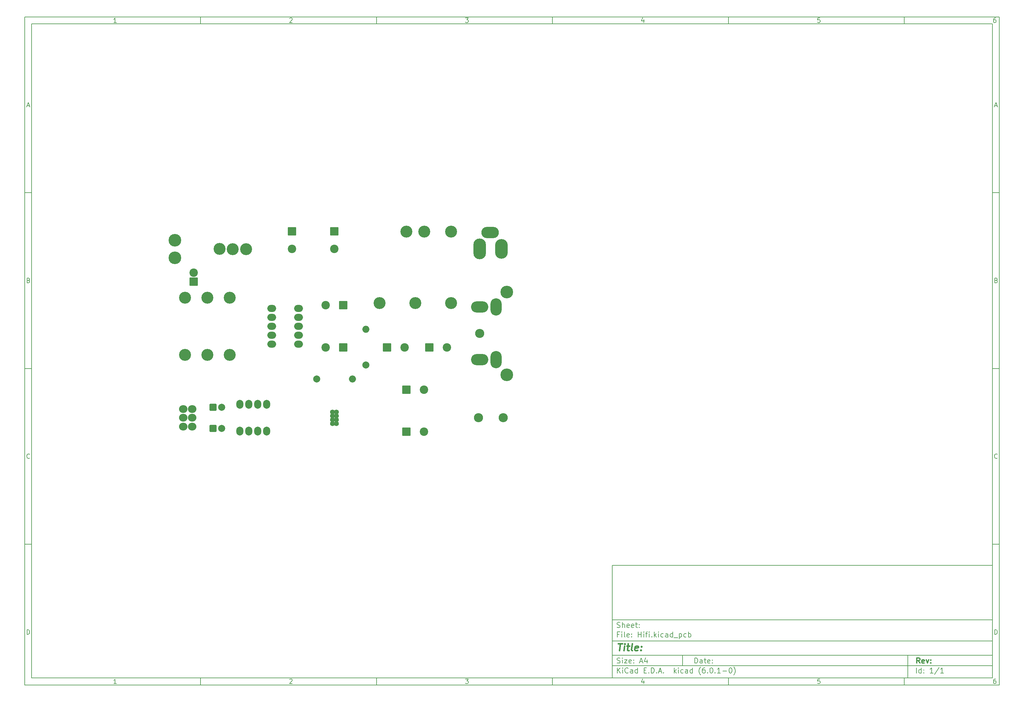
<source format=gbs>
G04 #@! TF.GenerationSoftware,KiCad,Pcbnew,(6.0.1-0)*
G04 #@! TF.CreationDate,2022-01-26T00:05:37+08:00*
G04 #@! TF.ProjectId,Hifi,48696669-2e6b-4696-9361-645f70636258,rev?*
G04 #@! TF.SameCoordinates,Original*
G04 #@! TF.FileFunction,Soldermask,Bot*
G04 #@! TF.FilePolarity,Negative*
%FSLAX46Y46*%
G04 Gerber Fmt 4.6, Leading zero omitted, Abs format (unit mm)*
G04 Created by KiCad (PCBNEW (6.0.1-0)) date 2022-01-26 00:05:37*
%MOMM*%
%LPD*%
G01*
G04 APERTURE LIST*
G04 Aperture macros list*
%AMRoundRect*
0 Rectangle with rounded corners*
0 $1 Rounding radius*
0 $2 $3 $4 $5 $6 $7 $8 $9 X,Y pos of 4 corners*
0 Add a 4 corners polygon primitive as box body*
4,1,4,$2,$3,$4,$5,$6,$7,$8,$9,$2,$3,0*
0 Add four circle primitives for the rounded corners*
1,1,$1+$1,$2,$3*
1,1,$1+$1,$4,$5*
1,1,$1+$1,$6,$7*
1,1,$1+$1,$8,$9*
0 Add four rect primitives between the rounded corners*
20,1,$1+$1,$2,$3,$4,$5,0*
20,1,$1+$1,$4,$5,$6,$7,0*
20,1,$1+$1,$6,$7,$8,$9,0*
20,1,$1+$1,$8,$9,$2,$3,0*%
G04 Aperture macros list end*
%ADD10C,0.100000*%
%ADD11C,0.150000*%
%ADD12C,0.300000*%
%ADD13C,0.400000*%
%ADD14RoundRect,0.200000X-1.000000X-1.000000X1.000000X-1.000000X1.000000X1.000000X-1.000000X1.000000X0*%
%ADD15C,2.400000*%
%ADD16C,2.000000*%
%ADD17O,2.000000X2.000000*%
%ADD18C,1.400000*%
%ADD19O,2.000000X2.500000*%
%ADD20O,2.400000X2.200000*%
%ADD21O,3.400000X3.400000*%
%ADD22O,2.600000X2.600000*%
%ADD23C,3.600000*%
%ADD24O,3.200000X4.900000*%
%ADD25O,4.900000X3.200000*%
%ADD26O,3.600000X5.900000*%
%ADD27O,3.600000X5.600000*%
%ADD28O,5.000000X3.200000*%
%ADD29C,3.400000*%
%ADD30O,2.500000X2.000000*%
%ADD31RoundRect,0.200000X1.000000X1.000000X-1.000000X1.000000X-1.000000X-1.000000X1.000000X-1.000000X0*%
%ADD32RoundRect,0.200000X-1.000000X1.000000X-1.000000X-1.000000X1.000000X-1.000000X1.000000X1.000000X0*%
%ADD33RoundRect,0.200000X-0.800000X-0.800000X0.800000X-0.800000X0.800000X0.800000X-0.800000X0.800000X0*%
G04 APERTURE END LIST*
D10*
D11*
X177002200Y-166007200D02*
X177002200Y-198007200D01*
X285002200Y-198007200D01*
X285002200Y-166007200D01*
X177002200Y-166007200D01*
D10*
D11*
X10000000Y-10000000D02*
X10000000Y-200007200D01*
X287002200Y-200007200D01*
X287002200Y-10000000D01*
X10000000Y-10000000D01*
D10*
D11*
X12000000Y-12000000D02*
X12000000Y-198007200D01*
X285002200Y-198007200D01*
X285002200Y-12000000D01*
X12000000Y-12000000D01*
D10*
D11*
X60000000Y-12000000D02*
X60000000Y-10000000D01*
D10*
D11*
X110000000Y-12000000D02*
X110000000Y-10000000D01*
D10*
D11*
X160000000Y-12000000D02*
X160000000Y-10000000D01*
D10*
D11*
X210000000Y-12000000D02*
X210000000Y-10000000D01*
D10*
D11*
X260000000Y-12000000D02*
X260000000Y-10000000D01*
D10*
D11*
X36065476Y-11588095D02*
X35322619Y-11588095D01*
X35694047Y-11588095D02*
X35694047Y-10288095D01*
X35570238Y-10473809D01*
X35446428Y-10597619D01*
X35322619Y-10659523D01*
D10*
D11*
X85322619Y-10411904D02*
X85384523Y-10350000D01*
X85508333Y-10288095D01*
X85817857Y-10288095D01*
X85941666Y-10350000D01*
X86003571Y-10411904D01*
X86065476Y-10535714D01*
X86065476Y-10659523D01*
X86003571Y-10845238D01*
X85260714Y-11588095D01*
X86065476Y-11588095D01*
D10*
D11*
X135260714Y-10288095D02*
X136065476Y-10288095D01*
X135632142Y-10783333D01*
X135817857Y-10783333D01*
X135941666Y-10845238D01*
X136003571Y-10907142D01*
X136065476Y-11030952D01*
X136065476Y-11340476D01*
X136003571Y-11464285D01*
X135941666Y-11526190D01*
X135817857Y-11588095D01*
X135446428Y-11588095D01*
X135322619Y-11526190D01*
X135260714Y-11464285D01*
D10*
D11*
X185941666Y-10721428D02*
X185941666Y-11588095D01*
X185632142Y-10226190D02*
X185322619Y-11154761D01*
X186127380Y-11154761D01*
D10*
D11*
X236003571Y-10288095D02*
X235384523Y-10288095D01*
X235322619Y-10907142D01*
X235384523Y-10845238D01*
X235508333Y-10783333D01*
X235817857Y-10783333D01*
X235941666Y-10845238D01*
X236003571Y-10907142D01*
X236065476Y-11030952D01*
X236065476Y-11340476D01*
X236003571Y-11464285D01*
X235941666Y-11526190D01*
X235817857Y-11588095D01*
X235508333Y-11588095D01*
X235384523Y-11526190D01*
X235322619Y-11464285D01*
D10*
D11*
X285941666Y-10288095D02*
X285694047Y-10288095D01*
X285570238Y-10350000D01*
X285508333Y-10411904D01*
X285384523Y-10597619D01*
X285322619Y-10845238D01*
X285322619Y-11340476D01*
X285384523Y-11464285D01*
X285446428Y-11526190D01*
X285570238Y-11588095D01*
X285817857Y-11588095D01*
X285941666Y-11526190D01*
X286003571Y-11464285D01*
X286065476Y-11340476D01*
X286065476Y-11030952D01*
X286003571Y-10907142D01*
X285941666Y-10845238D01*
X285817857Y-10783333D01*
X285570238Y-10783333D01*
X285446428Y-10845238D01*
X285384523Y-10907142D01*
X285322619Y-11030952D01*
D10*
D11*
X60000000Y-198007200D02*
X60000000Y-200007200D01*
D10*
D11*
X110000000Y-198007200D02*
X110000000Y-200007200D01*
D10*
D11*
X160000000Y-198007200D02*
X160000000Y-200007200D01*
D10*
D11*
X210000000Y-198007200D02*
X210000000Y-200007200D01*
D10*
D11*
X260000000Y-198007200D02*
X260000000Y-200007200D01*
D10*
D11*
X36065476Y-199595295D02*
X35322619Y-199595295D01*
X35694047Y-199595295D02*
X35694047Y-198295295D01*
X35570238Y-198481009D01*
X35446428Y-198604819D01*
X35322619Y-198666723D01*
D10*
D11*
X85322619Y-198419104D02*
X85384523Y-198357200D01*
X85508333Y-198295295D01*
X85817857Y-198295295D01*
X85941666Y-198357200D01*
X86003571Y-198419104D01*
X86065476Y-198542914D01*
X86065476Y-198666723D01*
X86003571Y-198852438D01*
X85260714Y-199595295D01*
X86065476Y-199595295D01*
D10*
D11*
X135260714Y-198295295D02*
X136065476Y-198295295D01*
X135632142Y-198790533D01*
X135817857Y-198790533D01*
X135941666Y-198852438D01*
X136003571Y-198914342D01*
X136065476Y-199038152D01*
X136065476Y-199347676D01*
X136003571Y-199471485D01*
X135941666Y-199533390D01*
X135817857Y-199595295D01*
X135446428Y-199595295D01*
X135322619Y-199533390D01*
X135260714Y-199471485D01*
D10*
D11*
X185941666Y-198728628D02*
X185941666Y-199595295D01*
X185632142Y-198233390D02*
X185322619Y-199161961D01*
X186127380Y-199161961D01*
D10*
D11*
X236003571Y-198295295D02*
X235384523Y-198295295D01*
X235322619Y-198914342D01*
X235384523Y-198852438D01*
X235508333Y-198790533D01*
X235817857Y-198790533D01*
X235941666Y-198852438D01*
X236003571Y-198914342D01*
X236065476Y-199038152D01*
X236065476Y-199347676D01*
X236003571Y-199471485D01*
X235941666Y-199533390D01*
X235817857Y-199595295D01*
X235508333Y-199595295D01*
X235384523Y-199533390D01*
X235322619Y-199471485D01*
D10*
D11*
X285941666Y-198295295D02*
X285694047Y-198295295D01*
X285570238Y-198357200D01*
X285508333Y-198419104D01*
X285384523Y-198604819D01*
X285322619Y-198852438D01*
X285322619Y-199347676D01*
X285384523Y-199471485D01*
X285446428Y-199533390D01*
X285570238Y-199595295D01*
X285817857Y-199595295D01*
X285941666Y-199533390D01*
X286003571Y-199471485D01*
X286065476Y-199347676D01*
X286065476Y-199038152D01*
X286003571Y-198914342D01*
X285941666Y-198852438D01*
X285817857Y-198790533D01*
X285570238Y-198790533D01*
X285446428Y-198852438D01*
X285384523Y-198914342D01*
X285322619Y-199038152D01*
D10*
D11*
X10000000Y-60000000D02*
X12000000Y-60000000D01*
D10*
D11*
X10000000Y-110000000D02*
X12000000Y-110000000D01*
D10*
D11*
X10000000Y-160000000D02*
X12000000Y-160000000D01*
D10*
D11*
X10690476Y-35216666D02*
X11309523Y-35216666D01*
X10566666Y-35588095D02*
X11000000Y-34288095D01*
X11433333Y-35588095D01*
D10*
D11*
X11092857Y-84907142D02*
X11278571Y-84969047D01*
X11340476Y-85030952D01*
X11402380Y-85154761D01*
X11402380Y-85340476D01*
X11340476Y-85464285D01*
X11278571Y-85526190D01*
X11154761Y-85588095D01*
X10659523Y-85588095D01*
X10659523Y-84288095D01*
X11092857Y-84288095D01*
X11216666Y-84350000D01*
X11278571Y-84411904D01*
X11340476Y-84535714D01*
X11340476Y-84659523D01*
X11278571Y-84783333D01*
X11216666Y-84845238D01*
X11092857Y-84907142D01*
X10659523Y-84907142D01*
D10*
D11*
X11402380Y-135464285D02*
X11340476Y-135526190D01*
X11154761Y-135588095D01*
X11030952Y-135588095D01*
X10845238Y-135526190D01*
X10721428Y-135402380D01*
X10659523Y-135278571D01*
X10597619Y-135030952D01*
X10597619Y-134845238D01*
X10659523Y-134597619D01*
X10721428Y-134473809D01*
X10845238Y-134350000D01*
X11030952Y-134288095D01*
X11154761Y-134288095D01*
X11340476Y-134350000D01*
X11402380Y-134411904D01*
D10*
D11*
X10659523Y-185588095D02*
X10659523Y-184288095D01*
X10969047Y-184288095D01*
X11154761Y-184350000D01*
X11278571Y-184473809D01*
X11340476Y-184597619D01*
X11402380Y-184845238D01*
X11402380Y-185030952D01*
X11340476Y-185278571D01*
X11278571Y-185402380D01*
X11154761Y-185526190D01*
X10969047Y-185588095D01*
X10659523Y-185588095D01*
D10*
D11*
X287002200Y-60000000D02*
X285002200Y-60000000D01*
D10*
D11*
X287002200Y-110000000D02*
X285002200Y-110000000D01*
D10*
D11*
X287002200Y-160000000D02*
X285002200Y-160000000D01*
D10*
D11*
X285692676Y-35216666D02*
X286311723Y-35216666D01*
X285568866Y-35588095D02*
X286002200Y-34288095D01*
X286435533Y-35588095D01*
D10*
D11*
X286095057Y-84907142D02*
X286280771Y-84969047D01*
X286342676Y-85030952D01*
X286404580Y-85154761D01*
X286404580Y-85340476D01*
X286342676Y-85464285D01*
X286280771Y-85526190D01*
X286156961Y-85588095D01*
X285661723Y-85588095D01*
X285661723Y-84288095D01*
X286095057Y-84288095D01*
X286218866Y-84350000D01*
X286280771Y-84411904D01*
X286342676Y-84535714D01*
X286342676Y-84659523D01*
X286280771Y-84783333D01*
X286218866Y-84845238D01*
X286095057Y-84907142D01*
X285661723Y-84907142D01*
D10*
D11*
X286404580Y-135464285D02*
X286342676Y-135526190D01*
X286156961Y-135588095D01*
X286033152Y-135588095D01*
X285847438Y-135526190D01*
X285723628Y-135402380D01*
X285661723Y-135278571D01*
X285599819Y-135030952D01*
X285599819Y-134845238D01*
X285661723Y-134597619D01*
X285723628Y-134473809D01*
X285847438Y-134350000D01*
X286033152Y-134288095D01*
X286156961Y-134288095D01*
X286342676Y-134350000D01*
X286404580Y-134411904D01*
D10*
D11*
X285661723Y-185588095D02*
X285661723Y-184288095D01*
X285971247Y-184288095D01*
X286156961Y-184350000D01*
X286280771Y-184473809D01*
X286342676Y-184597619D01*
X286404580Y-184845238D01*
X286404580Y-185030952D01*
X286342676Y-185278571D01*
X286280771Y-185402380D01*
X286156961Y-185526190D01*
X285971247Y-185588095D01*
X285661723Y-185588095D01*
D10*
D11*
X200434342Y-193785771D02*
X200434342Y-192285771D01*
X200791485Y-192285771D01*
X201005771Y-192357200D01*
X201148628Y-192500057D01*
X201220057Y-192642914D01*
X201291485Y-192928628D01*
X201291485Y-193142914D01*
X201220057Y-193428628D01*
X201148628Y-193571485D01*
X201005771Y-193714342D01*
X200791485Y-193785771D01*
X200434342Y-193785771D01*
X202577200Y-193785771D02*
X202577200Y-193000057D01*
X202505771Y-192857200D01*
X202362914Y-192785771D01*
X202077200Y-192785771D01*
X201934342Y-192857200D01*
X202577200Y-193714342D02*
X202434342Y-193785771D01*
X202077200Y-193785771D01*
X201934342Y-193714342D01*
X201862914Y-193571485D01*
X201862914Y-193428628D01*
X201934342Y-193285771D01*
X202077200Y-193214342D01*
X202434342Y-193214342D01*
X202577200Y-193142914D01*
X203077200Y-192785771D02*
X203648628Y-192785771D01*
X203291485Y-192285771D02*
X203291485Y-193571485D01*
X203362914Y-193714342D01*
X203505771Y-193785771D01*
X203648628Y-193785771D01*
X204720057Y-193714342D02*
X204577200Y-193785771D01*
X204291485Y-193785771D01*
X204148628Y-193714342D01*
X204077200Y-193571485D01*
X204077200Y-193000057D01*
X204148628Y-192857200D01*
X204291485Y-192785771D01*
X204577200Y-192785771D01*
X204720057Y-192857200D01*
X204791485Y-193000057D01*
X204791485Y-193142914D01*
X204077200Y-193285771D01*
X205434342Y-193642914D02*
X205505771Y-193714342D01*
X205434342Y-193785771D01*
X205362914Y-193714342D01*
X205434342Y-193642914D01*
X205434342Y-193785771D01*
X205434342Y-192857200D02*
X205505771Y-192928628D01*
X205434342Y-193000057D01*
X205362914Y-192928628D01*
X205434342Y-192857200D01*
X205434342Y-193000057D01*
D10*
D11*
X177002200Y-194507200D02*
X285002200Y-194507200D01*
D10*
D11*
X178434342Y-196585771D02*
X178434342Y-195085771D01*
X179291485Y-196585771D02*
X178648628Y-195728628D01*
X179291485Y-195085771D02*
X178434342Y-195942914D01*
X179934342Y-196585771D02*
X179934342Y-195585771D01*
X179934342Y-195085771D02*
X179862914Y-195157200D01*
X179934342Y-195228628D01*
X180005771Y-195157200D01*
X179934342Y-195085771D01*
X179934342Y-195228628D01*
X181505771Y-196442914D02*
X181434342Y-196514342D01*
X181220057Y-196585771D01*
X181077200Y-196585771D01*
X180862914Y-196514342D01*
X180720057Y-196371485D01*
X180648628Y-196228628D01*
X180577200Y-195942914D01*
X180577200Y-195728628D01*
X180648628Y-195442914D01*
X180720057Y-195300057D01*
X180862914Y-195157200D01*
X181077200Y-195085771D01*
X181220057Y-195085771D01*
X181434342Y-195157200D01*
X181505771Y-195228628D01*
X182791485Y-196585771D02*
X182791485Y-195800057D01*
X182720057Y-195657200D01*
X182577200Y-195585771D01*
X182291485Y-195585771D01*
X182148628Y-195657200D01*
X182791485Y-196514342D02*
X182648628Y-196585771D01*
X182291485Y-196585771D01*
X182148628Y-196514342D01*
X182077200Y-196371485D01*
X182077200Y-196228628D01*
X182148628Y-196085771D01*
X182291485Y-196014342D01*
X182648628Y-196014342D01*
X182791485Y-195942914D01*
X184148628Y-196585771D02*
X184148628Y-195085771D01*
X184148628Y-196514342D02*
X184005771Y-196585771D01*
X183720057Y-196585771D01*
X183577200Y-196514342D01*
X183505771Y-196442914D01*
X183434342Y-196300057D01*
X183434342Y-195871485D01*
X183505771Y-195728628D01*
X183577200Y-195657200D01*
X183720057Y-195585771D01*
X184005771Y-195585771D01*
X184148628Y-195657200D01*
X186005771Y-195800057D02*
X186505771Y-195800057D01*
X186720057Y-196585771D02*
X186005771Y-196585771D01*
X186005771Y-195085771D01*
X186720057Y-195085771D01*
X187362914Y-196442914D02*
X187434342Y-196514342D01*
X187362914Y-196585771D01*
X187291485Y-196514342D01*
X187362914Y-196442914D01*
X187362914Y-196585771D01*
X188077200Y-196585771D02*
X188077200Y-195085771D01*
X188434342Y-195085771D01*
X188648628Y-195157200D01*
X188791485Y-195300057D01*
X188862914Y-195442914D01*
X188934342Y-195728628D01*
X188934342Y-195942914D01*
X188862914Y-196228628D01*
X188791485Y-196371485D01*
X188648628Y-196514342D01*
X188434342Y-196585771D01*
X188077200Y-196585771D01*
X189577200Y-196442914D02*
X189648628Y-196514342D01*
X189577200Y-196585771D01*
X189505771Y-196514342D01*
X189577200Y-196442914D01*
X189577200Y-196585771D01*
X190220057Y-196157200D02*
X190934342Y-196157200D01*
X190077200Y-196585771D02*
X190577200Y-195085771D01*
X191077200Y-196585771D01*
X191577200Y-196442914D02*
X191648628Y-196514342D01*
X191577200Y-196585771D01*
X191505771Y-196514342D01*
X191577200Y-196442914D01*
X191577200Y-196585771D01*
X194577200Y-196585771D02*
X194577200Y-195085771D01*
X194720057Y-196014342D02*
X195148628Y-196585771D01*
X195148628Y-195585771D02*
X194577200Y-196157200D01*
X195791485Y-196585771D02*
X195791485Y-195585771D01*
X195791485Y-195085771D02*
X195720057Y-195157200D01*
X195791485Y-195228628D01*
X195862914Y-195157200D01*
X195791485Y-195085771D01*
X195791485Y-195228628D01*
X197148628Y-196514342D02*
X197005771Y-196585771D01*
X196720057Y-196585771D01*
X196577200Y-196514342D01*
X196505771Y-196442914D01*
X196434342Y-196300057D01*
X196434342Y-195871485D01*
X196505771Y-195728628D01*
X196577200Y-195657200D01*
X196720057Y-195585771D01*
X197005771Y-195585771D01*
X197148628Y-195657200D01*
X198434342Y-196585771D02*
X198434342Y-195800057D01*
X198362914Y-195657200D01*
X198220057Y-195585771D01*
X197934342Y-195585771D01*
X197791485Y-195657200D01*
X198434342Y-196514342D02*
X198291485Y-196585771D01*
X197934342Y-196585771D01*
X197791485Y-196514342D01*
X197720057Y-196371485D01*
X197720057Y-196228628D01*
X197791485Y-196085771D01*
X197934342Y-196014342D01*
X198291485Y-196014342D01*
X198434342Y-195942914D01*
X199791485Y-196585771D02*
X199791485Y-195085771D01*
X199791485Y-196514342D02*
X199648628Y-196585771D01*
X199362914Y-196585771D01*
X199220057Y-196514342D01*
X199148628Y-196442914D01*
X199077200Y-196300057D01*
X199077200Y-195871485D01*
X199148628Y-195728628D01*
X199220057Y-195657200D01*
X199362914Y-195585771D01*
X199648628Y-195585771D01*
X199791485Y-195657200D01*
X202077200Y-197157200D02*
X202005771Y-197085771D01*
X201862914Y-196871485D01*
X201791485Y-196728628D01*
X201720057Y-196514342D01*
X201648628Y-196157200D01*
X201648628Y-195871485D01*
X201720057Y-195514342D01*
X201791485Y-195300057D01*
X201862914Y-195157200D01*
X202005771Y-194942914D01*
X202077200Y-194871485D01*
X203291485Y-195085771D02*
X203005771Y-195085771D01*
X202862914Y-195157200D01*
X202791485Y-195228628D01*
X202648628Y-195442914D01*
X202577200Y-195728628D01*
X202577200Y-196300057D01*
X202648628Y-196442914D01*
X202720057Y-196514342D01*
X202862914Y-196585771D01*
X203148628Y-196585771D01*
X203291485Y-196514342D01*
X203362914Y-196442914D01*
X203434342Y-196300057D01*
X203434342Y-195942914D01*
X203362914Y-195800057D01*
X203291485Y-195728628D01*
X203148628Y-195657200D01*
X202862914Y-195657200D01*
X202720057Y-195728628D01*
X202648628Y-195800057D01*
X202577200Y-195942914D01*
X204077200Y-196442914D02*
X204148628Y-196514342D01*
X204077200Y-196585771D01*
X204005771Y-196514342D01*
X204077200Y-196442914D01*
X204077200Y-196585771D01*
X205077200Y-195085771D02*
X205220057Y-195085771D01*
X205362914Y-195157200D01*
X205434342Y-195228628D01*
X205505771Y-195371485D01*
X205577200Y-195657200D01*
X205577200Y-196014342D01*
X205505771Y-196300057D01*
X205434342Y-196442914D01*
X205362914Y-196514342D01*
X205220057Y-196585771D01*
X205077200Y-196585771D01*
X204934342Y-196514342D01*
X204862914Y-196442914D01*
X204791485Y-196300057D01*
X204720057Y-196014342D01*
X204720057Y-195657200D01*
X204791485Y-195371485D01*
X204862914Y-195228628D01*
X204934342Y-195157200D01*
X205077200Y-195085771D01*
X206220057Y-196442914D02*
X206291485Y-196514342D01*
X206220057Y-196585771D01*
X206148628Y-196514342D01*
X206220057Y-196442914D01*
X206220057Y-196585771D01*
X207720057Y-196585771D02*
X206862914Y-196585771D01*
X207291485Y-196585771D02*
X207291485Y-195085771D01*
X207148628Y-195300057D01*
X207005771Y-195442914D01*
X206862914Y-195514342D01*
X208362914Y-196014342D02*
X209505771Y-196014342D01*
X210505771Y-195085771D02*
X210648628Y-195085771D01*
X210791485Y-195157200D01*
X210862914Y-195228628D01*
X210934342Y-195371485D01*
X211005771Y-195657200D01*
X211005771Y-196014342D01*
X210934342Y-196300057D01*
X210862914Y-196442914D01*
X210791485Y-196514342D01*
X210648628Y-196585771D01*
X210505771Y-196585771D01*
X210362914Y-196514342D01*
X210291485Y-196442914D01*
X210220057Y-196300057D01*
X210148628Y-196014342D01*
X210148628Y-195657200D01*
X210220057Y-195371485D01*
X210291485Y-195228628D01*
X210362914Y-195157200D01*
X210505771Y-195085771D01*
X211505771Y-197157200D02*
X211577200Y-197085771D01*
X211720057Y-196871485D01*
X211791485Y-196728628D01*
X211862914Y-196514342D01*
X211934342Y-196157200D01*
X211934342Y-195871485D01*
X211862914Y-195514342D01*
X211791485Y-195300057D01*
X211720057Y-195157200D01*
X211577200Y-194942914D01*
X211505771Y-194871485D01*
D10*
D11*
X177002200Y-191507200D02*
X285002200Y-191507200D01*
D10*
D12*
X264411485Y-193785771D02*
X263911485Y-193071485D01*
X263554342Y-193785771D02*
X263554342Y-192285771D01*
X264125771Y-192285771D01*
X264268628Y-192357200D01*
X264340057Y-192428628D01*
X264411485Y-192571485D01*
X264411485Y-192785771D01*
X264340057Y-192928628D01*
X264268628Y-193000057D01*
X264125771Y-193071485D01*
X263554342Y-193071485D01*
X265625771Y-193714342D02*
X265482914Y-193785771D01*
X265197200Y-193785771D01*
X265054342Y-193714342D01*
X264982914Y-193571485D01*
X264982914Y-193000057D01*
X265054342Y-192857200D01*
X265197200Y-192785771D01*
X265482914Y-192785771D01*
X265625771Y-192857200D01*
X265697200Y-193000057D01*
X265697200Y-193142914D01*
X264982914Y-193285771D01*
X266197200Y-192785771D02*
X266554342Y-193785771D01*
X266911485Y-192785771D01*
X267482914Y-193642914D02*
X267554342Y-193714342D01*
X267482914Y-193785771D01*
X267411485Y-193714342D01*
X267482914Y-193642914D01*
X267482914Y-193785771D01*
X267482914Y-192857200D02*
X267554342Y-192928628D01*
X267482914Y-193000057D01*
X267411485Y-192928628D01*
X267482914Y-192857200D01*
X267482914Y-193000057D01*
D10*
D11*
X178362914Y-193714342D02*
X178577200Y-193785771D01*
X178934342Y-193785771D01*
X179077200Y-193714342D01*
X179148628Y-193642914D01*
X179220057Y-193500057D01*
X179220057Y-193357200D01*
X179148628Y-193214342D01*
X179077200Y-193142914D01*
X178934342Y-193071485D01*
X178648628Y-193000057D01*
X178505771Y-192928628D01*
X178434342Y-192857200D01*
X178362914Y-192714342D01*
X178362914Y-192571485D01*
X178434342Y-192428628D01*
X178505771Y-192357200D01*
X178648628Y-192285771D01*
X179005771Y-192285771D01*
X179220057Y-192357200D01*
X179862914Y-193785771D02*
X179862914Y-192785771D01*
X179862914Y-192285771D02*
X179791485Y-192357200D01*
X179862914Y-192428628D01*
X179934342Y-192357200D01*
X179862914Y-192285771D01*
X179862914Y-192428628D01*
X180434342Y-192785771D02*
X181220057Y-192785771D01*
X180434342Y-193785771D01*
X181220057Y-193785771D01*
X182362914Y-193714342D02*
X182220057Y-193785771D01*
X181934342Y-193785771D01*
X181791485Y-193714342D01*
X181720057Y-193571485D01*
X181720057Y-193000057D01*
X181791485Y-192857200D01*
X181934342Y-192785771D01*
X182220057Y-192785771D01*
X182362914Y-192857200D01*
X182434342Y-193000057D01*
X182434342Y-193142914D01*
X181720057Y-193285771D01*
X183077200Y-193642914D02*
X183148628Y-193714342D01*
X183077200Y-193785771D01*
X183005771Y-193714342D01*
X183077200Y-193642914D01*
X183077200Y-193785771D01*
X183077200Y-192857200D02*
X183148628Y-192928628D01*
X183077200Y-193000057D01*
X183005771Y-192928628D01*
X183077200Y-192857200D01*
X183077200Y-193000057D01*
X184862914Y-193357200D02*
X185577200Y-193357200D01*
X184720057Y-193785771D02*
X185220057Y-192285771D01*
X185720057Y-193785771D01*
X186862914Y-192785771D02*
X186862914Y-193785771D01*
X186505771Y-192214342D02*
X186148628Y-193285771D01*
X187077200Y-193285771D01*
D10*
D11*
X263434342Y-196585771D02*
X263434342Y-195085771D01*
X264791485Y-196585771D02*
X264791485Y-195085771D01*
X264791485Y-196514342D02*
X264648628Y-196585771D01*
X264362914Y-196585771D01*
X264220057Y-196514342D01*
X264148628Y-196442914D01*
X264077200Y-196300057D01*
X264077200Y-195871485D01*
X264148628Y-195728628D01*
X264220057Y-195657200D01*
X264362914Y-195585771D01*
X264648628Y-195585771D01*
X264791485Y-195657200D01*
X265505771Y-196442914D02*
X265577200Y-196514342D01*
X265505771Y-196585771D01*
X265434342Y-196514342D01*
X265505771Y-196442914D01*
X265505771Y-196585771D01*
X265505771Y-195657200D02*
X265577200Y-195728628D01*
X265505771Y-195800057D01*
X265434342Y-195728628D01*
X265505771Y-195657200D01*
X265505771Y-195800057D01*
X268148628Y-196585771D02*
X267291485Y-196585771D01*
X267720057Y-196585771D02*
X267720057Y-195085771D01*
X267577200Y-195300057D01*
X267434342Y-195442914D01*
X267291485Y-195514342D01*
X269862914Y-195014342D02*
X268577200Y-196942914D01*
X271148628Y-196585771D02*
X270291485Y-196585771D01*
X270720057Y-196585771D02*
X270720057Y-195085771D01*
X270577200Y-195300057D01*
X270434342Y-195442914D01*
X270291485Y-195514342D01*
D10*
D11*
X177002200Y-187507200D02*
X285002200Y-187507200D01*
D10*
D13*
X178714580Y-188211961D02*
X179857438Y-188211961D01*
X179036009Y-190211961D02*
X179286009Y-188211961D01*
X180274104Y-190211961D02*
X180440771Y-188878628D01*
X180524104Y-188211961D02*
X180416961Y-188307200D01*
X180500295Y-188402438D01*
X180607438Y-188307200D01*
X180524104Y-188211961D01*
X180500295Y-188402438D01*
X181107438Y-188878628D02*
X181869342Y-188878628D01*
X181476485Y-188211961D02*
X181262200Y-189926247D01*
X181333628Y-190116723D01*
X181512200Y-190211961D01*
X181702676Y-190211961D01*
X182655057Y-190211961D02*
X182476485Y-190116723D01*
X182405057Y-189926247D01*
X182619342Y-188211961D01*
X184190771Y-190116723D02*
X183988390Y-190211961D01*
X183607438Y-190211961D01*
X183428866Y-190116723D01*
X183357438Y-189926247D01*
X183452676Y-189164342D01*
X183571723Y-188973866D01*
X183774104Y-188878628D01*
X184155057Y-188878628D01*
X184333628Y-188973866D01*
X184405057Y-189164342D01*
X184381247Y-189354819D01*
X183405057Y-189545295D01*
X185155057Y-190021485D02*
X185238390Y-190116723D01*
X185131247Y-190211961D01*
X185047914Y-190116723D01*
X185155057Y-190021485D01*
X185131247Y-190211961D01*
X185286009Y-188973866D02*
X185369342Y-189069104D01*
X185262200Y-189164342D01*
X185178866Y-189069104D01*
X185286009Y-188973866D01*
X185262200Y-189164342D01*
D10*
D11*
X178934342Y-185600057D02*
X178434342Y-185600057D01*
X178434342Y-186385771D02*
X178434342Y-184885771D01*
X179148628Y-184885771D01*
X179720057Y-186385771D02*
X179720057Y-185385771D01*
X179720057Y-184885771D02*
X179648628Y-184957200D01*
X179720057Y-185028628D01*
X179791485Y-184957200D01*
X179720057Y-184885771D01*
X179720057Y-185028628D01*
X180648628Y-186385771D02*
X180505771Y-186314342D01*
X180434342Y-186171485D01*
X180434342Y-184885771D01*
X181791485Y-186314342D02*
X181648628Y-186385771D01*
X181362914Y-186385771D01*
X181220057Y-186314342D01*
X181148628Y-186171485D01*
X181148628Y-185600057D01*
X181220057Y-185457200D01*
X181362914Y-185385771D01*
X181648628Y-185385771D01*
X181791485Y-185457200D01*
X181862914Y-185600057D01*
X181862914Y-185742914D01*
X181148628Y-185885771D01*
X182505771Y-186242914D02*
X182577200Y-186314342D01*
X182505771Y-186385771D01*
X182434342Y-186314342D01*
X182505771Y-186242914D01*
X182505771Y-186385771D01*
X182505771Y-185457200D02*
X182577200Y-185528628D01*
X182505771Y-185600057D01*
X182434342Y-185528628D01*
X182505771Y-185457200D01*
X182505771Y-185600057D01*
X184362914Y-186385771D02*
X184362914Y-184885771D01*
X184362914Y-185600057D02*
X185220057Y-185600057D01*
X185220057Y-186385771D02*
X185220057Y-184885771D01*
X185934342Y-186385771D02*
X185934342Y-185385771D01*
X185934342Y-184885771D02*
X185862914Y-184957200D01*
X185934342Y-185028628D01*
X186005771Y-184957200D01*
X185934342Y-184885771D01*
X185934342Y-185028628D01*
X186434342Y-185385771D02*
X187005771Y-185385771D01*
X186648628Y-186385771D02*
X186648628Y-185100057D01*
X186720057Y-184957200D01*
X186862914Y-184885771D01*
X187005771Y-184885771D01*
X187505771Y-186385771D02*
X187505771Y-185385771D01*
X187505771Y-184885771D02*
X187434342Y-184957200D01*
X187505771Y-185028628D01*
X187577200Y-184957200D01*
X187505771Y-184885771D01*
X187505771Y-185028628D01*
X188220057Y-186242914D02*
X188291485Y-186314342D01*
X188220057Y-186385771D01*
X188148628Y-186314342D01*
X188220057Y-186242914D01*
X188220057Y-186385771D01*
X188934342Y-186385771D02*
X188934342Y-184885771D01*
X189077200Y-185814342D02*
X189505771Y-186385771D01*
X189505771Y-185385771D02*
X188934342Y-185957200D01*
X190148628Y-186385771D02*
X190148628Y-185385771D01*
X190148628Y-184885771D02*
X190077200Y-184957200D01*
X190148628Y-185028628D01*
X190220057Y-184957200D01*
X190148628Y-184885771D01*
X190148628Y-185028628D01*
X191505771Y-186314342D02*
X191362914Y-186385771D01*
X191077200Y-186385771D01*
X190934342Y-186314342D01*
X190862914Y-186242914D01*
X190791485Y-186100057D01*
X190791485Y-185671485D01*
X190862914Y-185528628D01*
X190934342Y-185457200D01*
X191077200Y-185385771D01*
X191362914Y-185385771D01*
X191505771Y-185457200D01*
X192791485Y-186385771D02*
X192791485Y-185600057D01*
X192720057Y-185457200D01*
X192577200Y-185385771D01*
X192291485Y-185385771D01*
X192148628Y-185457200D01*
X192791485Y-186314342D02*
X192648628Y-186385771D01*
X192291485Y-186385771D01*
X192148628Y-186314342D01*
X192077200Y-186171485D01*
X192077200Y-186028628D01*
X192148628Y-185885771D01*
X192291485Y-185814342D01*
X192648628Y-185814342D01*
X192791485Y-185742914D01*
X194148628Y-186385771D02*
X194148628Y-184885771D01*
X194148628Y-186314342D02*
X194005771Y-186385771D01*
X193720057Y-186385771D01*
X193577200Y-186314342D01*
X193505771Y-186242914D01*
X193434342Y-186100057D01*
X193434342Y-185671485D01*
X193505771Y-185528628D01*
X193577200Y-185457200D01*
X193720057Y-185385771D01*
X194005771Y-185385771D01*
X194148628Y-185457200D01*
X194505771Y-186528628D02*
X195648628Y-186528628D01*
X196005771Y-185385771D02*
X196005771Y-186885771D01*
X196005771Y-185457200D02*
X196148628Y-185385771D01*
X196434342Y-185385771D01*
X196577200Y-185457200D01*
X196648628Y-185528628D01*
X196720057Y-185671485D01*
X196720057Y-186100057D01*
X196648628Y-186242914D01*
X196577200Y-186314342D01*
X196434342Y-186385771D01*
X196148628Y-186385771D01*
X196005771Y-186314342D01*
X198005771Y-186314342D02*
X197862914Y-186385771D01*
X197577200Y-186385771D01*
X197434342Y-186314342D01*
X197362914Y-186242914D01*
X197291485Y-186100057D01*
X197291485Y-185671485D01*
X197362914Y-185528628D01*
X197434342Y-185457200D01*
X197577200Y-185385771D01*
X197862914Y-185385771D01*
X198005771Y-185457200D01*
X198648628Y-186385771D02*
X198648628Y-184885771D01*
X198648628Y-185457200D02*
X198791485Y-185385771D01*
X199077200Y-185385771D01*
X199220057Y-185457200D01*
X199291485Y-185528628D01*
X199362914Y-185671485D01*
X199362914Y-186100057D01*
X199291485Y-186242914D01*
X199220057Y-186314342D01*
X199077200Y-186385771D01*
X198791485Y-186385771D01*
X198648628Y-186314342D01*
D10*
D11*
X177002200Y-181507200D02*
X285002200Y-181507200D01*
D10*
D11*
X178362914Y-183614342D02*
X178577200Y-183685771D01*
X178934342Y-183685771D01*
X179077200Y-183614342D01*
X179148628Y-183542914D01*
X179220057Y-183400057D01*
X179220057Y-183257200D01*
X179148628Y-183114342D01*
X179077200Y-183042914D01*
X178934342Y-182971485D01*
X178648628Y-182900057D01*
X178505771Y-182828628D01*
X178434342Y-182757200D01*
X178362914Y-182614342D01*
X178362914Y-182471485D01*
X178434342Y-182328628D01*
X178505771Y-182257200D01*
X178648628Y-182185771D01*
X179005771Y-182185771D01*
X179220057Y-182257200D01*
X179862914Y-183685771D02*
X179862914Y-182185771D01*
X180505771Y-183685771D02*
X180505771Y-182900057D01*
X180434342Y-182757200D01*
X180291485Y-182685771D01*
X180077200Y-182685771D01*
X179934342Y-182757200D01*
X179862914Y-182828628D01*
X181791485Y-183614342D02*
X181648628Y-183685771D01*
X181362914Y-183685771D01*
X181220057Y-183614342D01*
X181148628Y-183471485D01*
X181148628Y-182900057D01*
X181220057Y-182757200D01*
X181362914Y-182685771D01*
X181648628Y-182685771D01*
X181791485Y-182757200D01*
X181862914Y-182900057D01*
X181862914Y-183042914D01*
X181148628Y-183185771D01*
X183077200Y-183614342D02*
X182934342Y-183685771D01*
X182648628Y-183685771D01*
X182505771Y-183614342D01*
X182434342Y-183471485D01*
X182434342Y-182900057D01*
X182505771Y-182757200D01*
X182648628Y-182685771D01*
X182934342Y-182685771D01*
X183077200Y-182757200D01*
X183148628Y-182900057D01*
X183148628Y-183042914D01*
X182434342Y-183185771D01*
X183577200Y-182685771D02*
X184148628Y-182685771D01*
X183791485Y-182185771D02*
X183791485Y-183471485D01*
X183862914Y-183614342D01*
X184005771Y-183685771D01*
X184148628Y-183685771D01*
X184648628Y-183542914D02*
X184720057Y-183614342D01*
X184648628Y-183685771D01*
X184577200Y-183614342D01*
X184648628Y-183542914D01*
X184648628Y-183685771D01*
X184648628Y-182757200D02*
X184720057Y-182828628D01*
X184648628Y-182900057D01*
X184577200Y-182828628D01*
X184648628Y-182757200D01*
X184648628Y-182900057D01*
D10*
D12*
D10*
D11*
D10*
D11*
D10*
D11*
D10*
D11*
D10*
D11*
X197002200Y-191507200D02*
X197002200Y-194507200D01*
D10*
D11*
X261002200Y-191507200D02*
X261002200Y-198007200D01*
D14*
X125000000Y-104000000D03*
D15*
X130000000Y-104000000D03*
D14*
X113000000Y-104000000D03*
D15*
X118000000Y-104000000D03*
D16*
X92960000Y-113000000D03*
D17*
X103120000Y-113000000D03*
D16*
X107000000Y-109000000D03*
D17*
X107000000Y-98840000D03*
D18*
X97450000Y-125650000D03*
X97450000Y-124550000D03*
X98550000Y-125650000D03*
X98550000Y-124550000D03*
X98550000Y-123450000D03*
X97450000Y-123450000D03*
X97450000Y-122350000D03*
X98550000Y-122350000D03*
D19*
X78810000Y-120190000D03*
X76270000Y-120190000D03*
X73730000Y-120190000D03*
X71190000Y-120190000D03*
X71190000Y-127810000D03*
X73730000Y-127810000D03*
X76270000Y-127810000D03*
X78810000Y-127810000D03*
D20*
X55100000Y-121500000D03*
X55100000Y-124000000D03*
X55100000Y-126500000D03*
X57600000Y-121500000D03*
X57600000Y-124000000D03*
X57600000Y-126500000D03*
D21*
X123540000Y-71040000D03*
X118460000Y-71040000D03*
X110840000Y-91360000D03*
X121000000Y-91360000D03*
X131160000Y-91360000D03*
X131160000Y-71040000D03*
X55550000Y-89885000D03*
X61900000Y-89885000D03*
X68250000Y-89885000D03*
X68250000Y-106115000D03*
X61900000Y-106115000D03*
X55550000Y-106115000D03*
D22*
X139000000Y-124000000D03*
X146000000Y-124000000D03*
D23*
X147000000Y-88250000D03*
D24*
X144000000Y-92500000D03*
D25*
X139300000Y-92500000D03*
D22*
X139300000Y-100000000D03*
D25*
X139300000Y-107500000D03*
D24*
X144000000Y-107500000D03*
D23*
X147000000Y-111750000D03*
D26*
X139300000Y-76000000D03*
D27*
X145500000Y-76000000D03*
D28*
X142300000Y-71300000D03*
D23*
X52660000Y-73500000D03*
X52660000Y-78500000D03*
D29*
X65360000Y-76000000D03*
X69160000Y-76020000D03*
X72960000Y-76080000D03*
D30*
X80190000Y-92920000D03*
X80190000Y-95460000D03*
X80190000Y-98000000D03*
X80190000Y-100540000D03*
X80190000Y-103080000D03*
X87810000Y-103080000D03*
X87810000Y-100540000D03*
X87810000Y-98000000D03*
X87810000Y-95460000D03*
X87810000Y-92920000D03*
D31*
X58000000Y-85270000D03*
D15*
X58000000Y-82730000D03*
D14*
X118500000Y-128000000D03*
D15*
X123500000Y-128000000D03*
D14*
X118500000Y-116000000D03*
D15*
X123500000Y-116000000D03*
D31*
X100500000Y-104000000D03*
D15*
X95500000Y-104000000D03*
D32*
X98000000Y-71000000D03*
D15*
X98000000Y-76000000D03*
D32*
X86000000Y-71000000D03*
D15*
X86000000Y-76000000D03*
D31*
X100500000Y-92000000D03*
D15*
X95500000Y-92000000D03*
D33*
X63500000Y-127000000D03*
D16*
X66000000Y-127000000D03*
D33*
X63500000Y-121000000D03*
D16*
X66000000Y-121000000D03*
M02*

</source>
